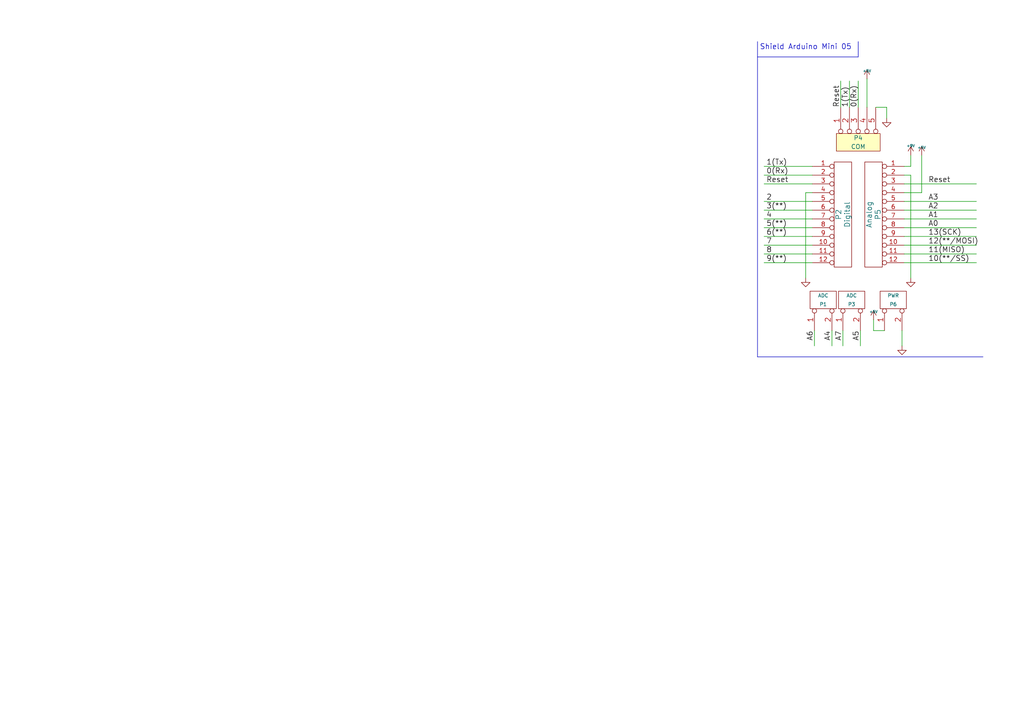
<source format=kicad_sch>
(kicad_sch (version 20230121) (generator eeschema)
  (paper "A4")
  (title_block (date "sam. 04 avril 2015"))
  (lib_symbols
    (symbol "Arduino_Mini-rescue:+5V" (power) (pin_names (offset 0))
      (property "Value" "+5V" (at 0 3.556 0))
      (symbol "+5V_0_1"
        (polyline (pts (xy -0.762 1.27) (xy 0 2.54)))
        (polyline (pts (xy 0 0) (xy 0 2.54)))
        (polyline (pts (xy 0 2.54) (xy 0.762 1.27)))
      )
      (symbol "+5V_1_1"
        (pin power_in line (at 0 0 90) (length 0) hide (name "+5V") (number "1"))
      )
    )
    (symbol "Arduino_Mini-rescue:+9V" (power) (pin_names (offset 0))
      (property "Value" "+9V" (at 0 3.556 0))
      (symbol "+9V_0_1"
        (polyline (pts (xy -0.762 1.27) (xy 0 2.54)))
        (polyline (pts (xy 0 0) (xy 0 2.54)))
        (polyline (pts (xy 0 2.54) (xy 0.762 1.27)))
      )
      (symbol "+9V_1_1"
        (pin power_in line (at 0 0 90) (length 0) hide (name "+9V") (number "1"))
      )
    )
    (symbol "Arduino_Mini-rescue:CONN_12" (pin_names (offset 1.016) hide)
      (property "Reference" "P" (at -1.27 0 90))
      (property "Value" "CONN_12" (at 1.27 0 90))
      (symbol "CONN_12_0_1"
        (rectangle (start -2.54 15.24) (end 2.54 -15.24))
      )
      (symbol "CONN_12_1_1"
        (pin passive inverted (at -8.89 13.97 0) (length 6.35) (name "P1") (number "1"))
        (pin passive inverted (at -8.89 -8.89 0) (length 6.35) (name "P10") (number "10"))
        (pin passive inverted (at -8.89 -11.43 0) (length 6.35) (name "P11") (number "11"))
        (pin passive inverted (at -8.89 -13.97 0) (length 6.35) (name "P12") (number "12"))
        (pin passive inverted (at -8.89 11.43 0) (length 6.35) (name "P2") (number "2"))
        (pin passive inverted (at -8.89 8.89 0) (length 6.35) (name "P3") (number "3"))
        (pin passive inverted (at -8.89 6.35 0) (length 6.35) (name "P4") (number "4"))
        (pin passive inverted (at -8.89 3.81 0) (length 6.35) (name "P5") (number "5"))
        (pin passive inverted (at -8.89 1.27 0) (length 6.35) (name "P6") (number "6"))
        (pin passive inverted (at -8.89 -1.27 0) (length 6.35) (name "P7") (number "7"))
        (pin passive inverted (at -8.89 -3.81 0) (length 6.35) (name "P8") (number "8"))
        (pin passive inverted (at -8.89 -6.35 0) (length 6.35) (name "P9") (number "9"))
      )
    )
    (symbol "Arduino_Mini-rescue:CONN_2" (pin_names (offset 1.016) hide)
      (property "Reference" "P" (at -1.27 0 90))
      (property "Value" "CONN_2" (at 1.27 0 90))
      (symbol "CONN_2_0_1"
        (rectangle (start -2.54 3.81) (end 2.54 -3.81))
      )
      (symbol "CONN_2_1_1"
        (pin passive inverted (at -8.89 2.54 0) (length 6.35) (name "P1") (number "1"))
        (pin passive inverted (at -8.89 -2.54 0) (length 6.35) (name "PM") (number "2"))
      )
    )
    (symbol "Arduino_Mini-rescue:CONN_5" (pin_names (offset 1.016))
      (property "Reference" "P" (at -1.27 0 90))
      (property "Value" "CONN_5" (at 1.27 0 90))
      (symbol "CONN_5_0_1"
        (rectangle (start -2.54 6.35) (end 2.54 -6.35) (fill (type background)))
      )
      (symbol "CONN_5_1_1"
        (pin passive inverted (at -10.16 5.08 0) (length 7.62) (name "~") (number "1"))
        (pin passive inverted (at -10.16 2.54 0) (length 7.62) (name "~") (number "2"))
        (pin passive inverted (at -10.16 0 0) (length 7.62) (name "~") (number "3"))
        (pin passive inverted (at -10.16 -2.54 0) (length 7.62) (name "~") (number "4"))
        (pin passive inverted (at -10.16 -5.08 0) (length 7.62) (name "~") (number "5"))
      )
    )
    (symbol "Arduino_Mini-rescue:GND" (power) (pin_names (offset 0))
      (property "Value" "GND" (at 0 -3.81 0))
      (symbol "GND_0_1"
        (polyline (pts (xy 0 0) (xy 0 -1.27) (xy 1.27 -1.27) (xy 0 -2.54) (xy -1.27 -1.27) (xy 0 -1.27)))
      )
      (symbol "GND_1_1"
        (pin power_in line (at 0 0 270) (length 0) hide (name "GND") (number "1"))
      )
    )
  )
  (wire (pts (xy 236.22 95.885) (xy 236.22 100.33)))
  (wire (pts (xy 233.68 55.88) (xy 233.68 80.645)))
  (wire (pts (xy 235.585 53.34) (xy 221.615 53.34)))
  (wire (pts (xy 261.62 95.885) (xy 261.62 100.33)))
  (wire (pts (xy 235.585 48.26) (xy 221.615 48.26)))
  (polyline (pts (xy 248.92 16.51) (xy 248.92 12.065)))
  (wire (pts (xy 244.475 95.885) (xy 244.475 100.33)))
  (wire (pts (xy 264.16 45.085) (xy 264.16 48.26)))
  (polyline (pts (xy 285.115 103.505) (xy 219.71 103.505)))
  (wire (pts (xy 249.555 95.885) (xy 249.555 100.33)))
  (wire (pts (xy 235.585 55.88) (xy 233.68 55.88)))
  (wire (pts (xy 264.16 50.8) (xy 262.255 50.8)))
  (wire (pts (xy 262.255 66.04) (xy 283.21 66.04)))
  (wire (pts (xy 235.585 58.42) (xy 221.615 58.42)))
  (polyline (pts (xy 219.71 16.51) (xy 248.92 16.51)))
  (wire (pts (xy 262.255 71.12) (xy 283.21 71.12)))
  (wire (pts (xy 246.38 31.115) (xy 246.38 23.495)))
  (wire (pts (xy 264.16 48.26) (xy 262.255 48.26)))
  (wire (pts (xy 267.335 45.085) (xy 267.335 55.88)))
  (wire (pts (xy 262.255 73.66) (xy 283.21 73.66)))
  (wire (pts (xy 262.255 58.42) (xy 283.21 58.42)))
  (wire (pts (xy 235.585 68.58) (xy 221.615 68.58)))
  (wire (pts (xy 267.335 55.88) (xy 262.255 55.88)))
  (wire (pts (xy 262.255 76.2) (xy 283.21 76.2)))
  (wire (pts (xy 262.255 53.34) (xy 283.21 53.34)))
  (wire (pts (xy 257.175 34.29) (xy 257.175 31.115)))
  (wire (pts (xy 251.46 22.86) (xy 251.46 31.115)))
  (wire (pts (xy 253.365 92.71) (xy 253.365 95.885)))
  (wire (pts (xy 235.585 71.12) (xy 221.615 71.12)))
  (wire (pts (xy 253.365 95.885) (xy 256.54 95.885)))
  (wire (pts (xy 243.84 31.115) (xy 243.84 23.495)))
  (wire (pts (xy 248.92 31.115) (xy 248.92 23.495)))
  (wire (pts (xy 264.16 80.645) (xy 264.16 50.8)))
  (wire (pts (xy 262.255 68.58) (xy 283.21 68.58)))
  (polyline (pts (xy 219.71 103.505) (xy 219.71 12.065)))
  (wire (pts (xy 235.585 76.2) (xy 221.615 76.2)))
  (wire (pts (xy 235.585 50.8) (xy 221.615 50.8)))
  (wire (pts (xy 257.175 31.115) (xy 254 31.115)))
  (wire (pts (xy 262.255 60.96) (xy 283.21 60.96)))
  (wire (pts (xy 262.255 63.5) (xy 283.21 63.5)))
  (wire (pts (xy 235.585 60.96) (xy 221.615 60.96)))
  (wire (pts (xy 235.585 73.66) (xy 221.615 73.66)))
  (wire (pts (xy 235.585 63.5) (xy 221.615 63.5)))
  (wire (pts (xy 235.585 66.04) (xy 221.615 66.04)))
  (wire (pts (xy 241.3 95.885) (xy 241.3 100.33)))
  (text "Shield Arduino Mini 05" (at 220.345 14.605 0) (effects (font (size 1.524 1.524)) (justify left bottom)))
  (label "A0" (at 269.24 66.04 0) (effects (font (size 1.524 1.524))))
  (label "5(**)" (at 222.25 66.04 0) (effects (font (size 1.524 1.524))))
  (label "A6" (at 236.22 95.885 270) (effects (font (size 1.524 1.524))))
  (label "9(**)" (at 222.25 76.2 0) (effects (font (size 1.524 1.524))))
  (label "6(**)" (at 222.25 68.58 0) (effects (font (size 1.524 1.524))))
  (label "12(**/MOSI)" (at 269.24 71.12 0) (effects (font (size 1.524 1.524))))
  (label "2" (at 222.25 58.42 0) (effects (font (size 1.524 1.524))))
  (label "1(Tx)" (at 246.38 31.115 90) (effects (font (size 1.524 1.524))))
  (label "1(Tx)" (at 222.25 48.26 0) (effects (font (size 1.524 1.524))))
  (label "A4" (at 241.3 95.885 270) (effects (font (size 1.524 1.524))))
  (label "8" (at 222.25 73.66 0) (effects (font (size 1.524 1.524))))
  (label "A3" (at 269.24 58.42 0) (effects (font (size 1.524 1.524))))
  (label "A1" (at 269.24 63.5 0) (effects (font (size 1.524 1.524))))
  (label "Reset" (at 269.24 53.34 0) (effects (font (size 1.524 1.524))))
  (label "A5" (at 249.555 95.885 270) (effects (font (size 1.524 1.524))))
  (label "A7" (at 244.475 95.885 270) (effects (font (size 1.524 1.524))))
  (label "0(Rx)" (at 248.92 31.115 90) (effects (font (size 1.524 1.524))))
  (label "7" (at 222.25 71.12 0) (effects (font (size 1.524 1.524))))
  (label "Reset" (at 222.25 53.34 0) (effects (font (size 1.524 1.524))))
  (label "A2" (at 269.24 60.96 0) (effects (font (size 1.524 1.524))))
  (label "Reset" (at 243.84 31.115 90) (effects (font (size 1.524 1.524))))
  (label "0(Rx)" (at 222.25 50.8 0) (effects (font (size 1.524 1.524))))
  (label "10(**/SS)" (at 269.24 76.2 0) (effects (font (size 1.524 1.524))))
  (label "11(MISO)" (at 269.24 73.66 0) (effects (font (size 1.524 1.524))))
  (label "3(**)" (at 222.25 60.96 0) (effects (font (size 1.524 1.524))))
  (label "4" (at 222.25 63.5 0) (effects (font (size 1.524 1.524))))
  (label "13(SCK)" (at 269.24 68.58 0) (effects (font (size 1.524 1.524))))
  (symbol (lib_id "Arduino_Mini-rescue:CONN_12") (at 244.475 62.23 0) (unit 1)
    (property "Reference" "P2" (at 243.205 62.23 90) (effects (font (size 1.524 1.524))))
    (property "Value" "Digital" (at 245.745 62.23 90) (effects (font (size 1.524 1.524))))
    (property "Footprint" "Socket_Arduino_Mini:Socket_Strip_Arduino_1x12" (effects hide))
  )
  (symbol (lib_id "Arduino_Mini-rescue:CONN_12") (at 253.365 62.23 0) (mirror y) (unit 1)
    (property "Reference" "P5" (at 254.635 62.23 90) (effects (font (size 1.524 1.524))))
    (property "Value" "Analog" (at 252.095 62.23 90) (effects (font (size 1.524 1.524))))
    (property "Footprint" "Socket_Arduino_Mini:Socket_Strip_Arduino_1x12" (effects hide))
  )
  (symbol (lib_id "Arduino_Mini-rescue:CONN_5") (at 248.92 41.275 90) (mirror x) (unit 1)
    (property "Reference" "P4" (at 248.92 40.005 90))
    (property "Value" "COM" (at 248.92 42.545 90))
    (property "Footprint" "Socket_Arduino_Mini:Socket_Strip_Arduino_1x05" (effects hide))
  )
  (symbol (lib_id "Arduino_Mini-rescue:CONN_2") (at 238.76 86.995 90) (unit 1)
    (property "Reference" "P1" (at 238.76 88.265 90) (effects (font (size 1.016 1.016))))
    (property "Value" "ADC" (at 238.76 85.725 90) (effects (font (size 1.016 1.016))))
    (property "Footprint" "Socket_Arduino_Mini:Socket_Strip_Arduino_1x02" (effects hide))
  )
  (symbol (lib_id "Arduino_Mini-rescue:CONN_2") (at 247.015 86.995 90) (unit 1)
    (property "Reference" "P3" (at 247.015 88.265 90) (effects (font (size 1.016 1.016))))
    (property "Value" "ADC" (at 247.015 85.725 90) (effects (font (size 1.016 1.016))))
    (property "Footprint" "Socket_Arduino_Mini:Socket_Strip_Arduino_1x02" (effects hide))
  )
  (symbol (lib_id "Arduino_Mini-rescue:CONN_2") (at 259.08 86.995 90) (unit 1)
    (property "Reference" "P6" (at 259.08 88.265 90) (effects (font (size 1.016 1.016))))
    (property "Value" "PWR" (at 259.08 85.725 90) (effects (font (size 1.016 1.016))))
    (property "Footprint" "Socket_Arduino_Mini:Socket_Strip_Arduino_1x02" (effects hide))
  )
  (symbol (lib_id "Arduino_Mini-rescue:GND") (at 233.68 80.645 0) (unit 1)
    (property "Reference" "#PWR01" (effects hide))
    (property "Value" "GND" (effects hide))
  )
  (symbol (lib_id "Arduino_Mini-rescue:GND") (at 264.16 80.645 0) (unit 1)
    (property "Reference" "#PWR02" (effects hide))
    (property "Value" "GND" (effects hide))
  )
  (symbol (lib_id "Arduino_Mini-rescue:GND") (at 257.175 34.29 0) (unit 1)
    (property "Reference" "#PWR03" (effects hide))
    (property "Value" "GND" (effects hide))
  )
  (symbol (lib_id "Arduino_Mini-rescue:GND") (at 261.62 100.33 0) (unit 1)
    (property "Reference" "#PWR04" (effects hide))
    (property "Value" "GND" (effects hide))
  )
  (symbol (lib_id "Arduino_Mini-rescue:+5V") (at 253.365 92.71 0) (unit 1)
    (property "Reference" "#PWR05" (effects hide))
    (property "Value" "+5V" (at 253.365 90.424 0) (effects (font (size 0.762 0.762))))
  )
  (symbol (lib_id "Arduino_Mini-rescue:+5V") (at 251.46 22.86 0) (unit 1)
    (property "Reference" "#PWR06" (effects hide))
    (property "Value" "+5V" (at 251.46 20.574 0) (effects (font (size 0.762 0.762))))
  )
  (symbol (lib_id "Arduino_Mini-rescue:+5V") (at 267.335 45.085 0) (unit 1)
    (property "Reference" "#PWR07" (effects hide))
    (property "Value" "+5V" (at 267.335 42.799 0) (effects (font (size 0.762 0.762))))
  )
  (symbol (lib_id "Arduino_Mini-rescue:+9V") (at 264.16 45.085 0) (unit 1)
    (property "Reference" "#PWR08" (effects hide))
    (property "Value" "+9V" (at 264.16 42.291 0) (effects (font (size 0.762 0.762))))
  )
)
</source>
